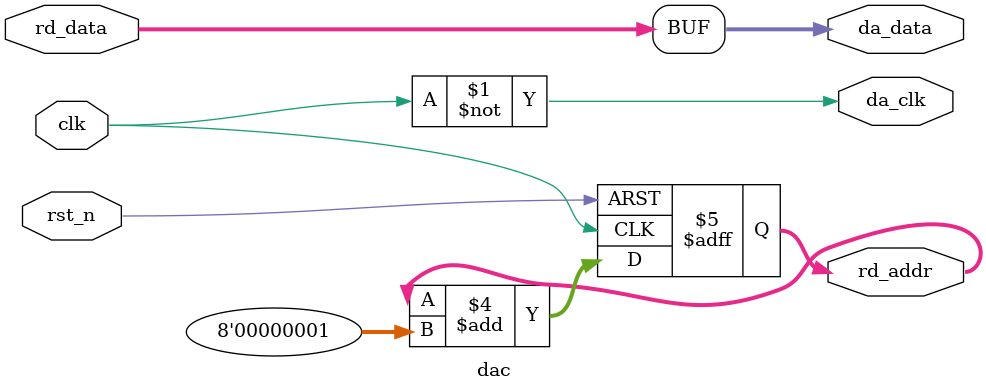
<source format=v>
module dac(
     input                 clk    ,  //时钟
     input                 rst_n  ,  //复位信号，低电平有效
     
     input        [7:0]    rd_data,  //ROM读出的数据
     output  reg  [7:0]    rd_addr,  //读ROM地址
     //DA芯片接口
     output                da_clk ,  //DA(AD9708)驱动时钟,最大支持125Mhz时钟
     output       [7:0]    da_data   //输出给DA的数据  
     );
     
     
 assign  da_clk = ~clk;       
 assign  da_data = rd_data;   //将读到的ROM数据赋值给DA数据端口
 //读ROM地址
 always @(posedge clk or negedge rst_n) begin
     if(rst_n == 1'b0)
         rd_addr <= 8'd0;
     else begin
             rd_addr <= rd_addr + 8'd1;   
     end            
 end
 

endmodule
</source>
